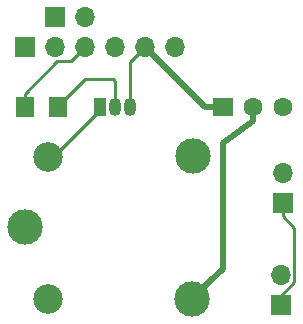
<source format=gbr>
G04 #@! TF.GenerationSoftware,KiCad,Pcbnew,(5.0.1)-rc2*
G04 #@! TF.CreationDate,2018-11-18T17:10:58-07:00*
G04 #@! TF.ProjectId,RPI_zeroW_shield,5250495F7A65726F575F736869656C64,rev?*
G04 #@! TF.SameCoordinates,Original*
G04 #@! TF.FileFunction,Copper,L1,Top,Signal*
G04 #@! TF.FilePolarity,Positive*
%FSLAX46Y46*%
G04 Gerber Fmt 4.6, Leading zero omitted, Abs format (unit mm)*
G04 Created by KiCad (PCBNEW (5.0.1)-rc2) date 11/18/2018 5:10:58 PM*
%MOMM*%
%LPD*%
G01*
G04 APERTURE LIST*
G04 #@! TA.AperFunction,ComponentPad*
%ADD10C,2.500000*%
G04 #@! TD*
G04 #@! TA.AperFunction,ComponentPad*
%ADD11C,3.000000*%
G04 #@! TD*
G04 #@! TA.AperFunction,ComponentPad*
%ADD12O,1.050000X1.500000*%
G04 #@! TD*
G04 #@! TA.AperFunction,ComponentPad*
%ADD13R,1.050000X1.500000*%
G04 #@! TD*
G04 #@! TA.AperFunction,SMDPad,CuDef*
%ADD14R,1.597660X1.798320*%
G04 #@! TD*
G04 #@! TA.AperFunction,ComponentPad*
%ADD15R,1.700000X1.700000*%
G04 #@! TD*
G04 #@! TA.AperFunction,ComponentPad*
%ADD16O,1.700000X1.700000*%
G04 #@! TD*
G04 #@! TA.AperFunction,ComponentPad*
%ADD17R,1.700000X1.600000*%
G04 #@! TD*
G04 #@! TA.AperFunction,ComponentPad*
%ADD18C,1.600000*%
G04 #@! TD*
G04 #@! TA.AperFunction,Conductor*
%ADD19C,0.250000*%
G04 #@! TD*
G04 #@! TA.AperFunction,Conductor*
%ADD20C,0.500000*%
G04 #@! TD*
G04 APERTURE END LIST*
D10*
G04 #@! TO.P,K1,2*
G04 #@! TO.N,/5v_IN*
X121330000Y-79710000D03*
D11*
G04 #@! TO.P,K1,3*
G04 #@! TO.N,Net-(J3-Pad2)*
X133530000Y-79710000D03*
G04 #@! TO.P,K1,4*
G04 #@! TO.N,GND*
X133580000Y-67660000D03*
D10*
G04 #@! TO.P,K1,5*
G04 #@! TO.N,Net-(D1-Pad1)*
X121330000Y-67710000D03*
D11*
G04 #@! TO.P,K1,1*
G04 #@! TO.N,/5v_IN*
X119380000Y-73660000D03*
G04 #@! TD*
D12*
G04 #@! TO.P,Q1,2*
G04 #@! TO.N,Net-(Q1-Pad2)*
X127000000Y-63500000D03*
G04 #@! TO.P,Q1,3*
G04 #@! TO.N,GND*
X128270000Y-63500000D03*
D13*
G04 #@! TO.P,Q1,1*
G04 #@! TO.N,Net-(D1-Pad1)*
X125730000Y-63500000D03*
G04 #@! TD*
D14*
G04 #@! TO.P,R1,2*
G04 #@! TO.N,/Relay_P3*
X119380000Y-63500000D03*
G04 #@! TO.P,R1,1*
G04 #@! TO.N,Net-(Q1-Pad2)*
X122179080Y-63500000D03*
G04 #@! TD*
D15*
G04 #@! TO.P,J1,1*
G04 #@! TO.N,/5v_IN*
X121920000Y-55880000D03*
D16*
G04 #@! TO.P,J1,2*
G04 #@! TO.N,N/C*
X124460000Y-55880000D03*
G04 #@! TD*
D15*
G04 #@! TO.P,J2,1*
G04 #@! TO.N,/3V3_IN*
X119380000Y-58420000D03*
D16*
G04 #@! TO.P,J2,2*
G04 #@! TO.N,/ServoPWM_P2*
X121920000Y-58420000D03*
G04 #@! TO.P,J2,3*
G04 #@! TO.N,/Relay_P3*
X124460000Y-58420000D03*
G04 #@! TO.P,J2,4*
G04 #@! TO.N,/Button_P4*
X127000000Y-58420000D03*
G04 #@! TO.P,J2,5*
G04 #@! TO.N,GND*
X129540000Y-58420000D03*
G04 #@! TO.P,J2,6*
G04 #@! TO.N,/Reed_P17*
X132080000Y-58420000D03*
G04 #@! TD*
D17*
G04 #@! TO.P,J3,1*
G04 #@! TO.N,GND*
X136144000Y-63500000D03*
D18*
G04 #@! TO.P,J3,2*
G04 #@! TO.N,Net-(J3-Pad2)*
X138684000Y-63500000D03*
G04 #@! TO.P,J3,3*
G04 #@! TO.N,/ServoPWM_P2*
X141224000Y-63500000D03*
G04 #@! TD*
D16*
G04 #@! TO.P,J4,2*
G04 #@! TO.N,/Reed_P17*
X141224000Y-69088000D03*
D15*
G04 #@! TO.P,J4,1*
G04 #@! TO.N,/3V3_IN*
X141224000Y-71628000D03*
G04 #@! TD*
G04 #@! TO.P,J5,1*
G04 #@! TO.N,/3V3_IN*
X141025001Y-80264000D03*
D16*
G04 #@! TO.P,J5,2*
G04 #@! TO.N,/Button_P4*
X141025001Y-77724000D03*
G04 #@! TD*
D19*
G04 #@! TO.N,Net-(D1-Pad1)*
X121745000Y-67710000D02*
X121330000Y-67710000D01*
X125730000Y-63725000D02*
X121745000Y-67710000D01*
X125730000Y-63500000D02*
X125730000Y-63725000D01*
D20*
G04 #@! TO.N,GND*
X134620000Y-63500000D02*
X129540000Y-58420000D01*
X136144000Y-63500000D02*
X134620000Y-63500000D01*
D19*
X128270000Y-59690000D02*
X129540000Y-58420000D01*
X128270000Y-63500000D02*
X128270000Y-59690000D01*
G04 #@! TO.N,/3V3_IN*
X141224000Y-72728000D02*
X141224000Y-71628000D01*
X142200002Y-73704002D02*
X141224000Y-72728000D01*
X142200002Y-78288001D02*
X142200002Y-73704002D01*
X141025001Y-79463002D02*
X142200002Y-78288001D01*
X141025001Y-80264000D02*
X141025001Y-79463002D01*
G04 #@! TO.N,/Relay_P3*
X123610001Y-59269999D02*
X124460000Y-58420000D01*
X123284999Y-59595001D02*
X123610001Y-59269999D01*
X122135839Y-59595001D02*
X123284999Y-59595001D01*
X119380000Y-62350840D02*
X122135839Y-59595001D01*
X119380000Y-63500000D02*
X119380000Y-62350840D01*
D20*
G04 #@! TO.N,Net-(J3-Pad2)*
X135029999Y-78210001D02*
X133530000Y-79710000D01*
X136144000Y-77216000D02*
X135029999Y-78210001D01*
X136144000Y-66548000D02*
X136144000Y-77216000D01*
X138684000Y-63500000D02*
X138684000Y-64702081D01*
X138684000Y-64702081D02*
X136144000Y-66548000D01*
D19*
G04 #@! TO.N,Net-(Q1-Pad2)*
X122179080Y-63399670D02*
X124460000Y-61118750D01*
X122179080Y-63500000D02*
X122179080Y-63399670D01*
X124460000Y-61118750D02*
X126841250Y-61118750D01*
X127000000Y-61277500D02*
X127000000Y-63500000D01*
X126841250Y-61118750D02*
X127000000Y-61277500D01*
G04 #@! TD*
M02*

</source>
